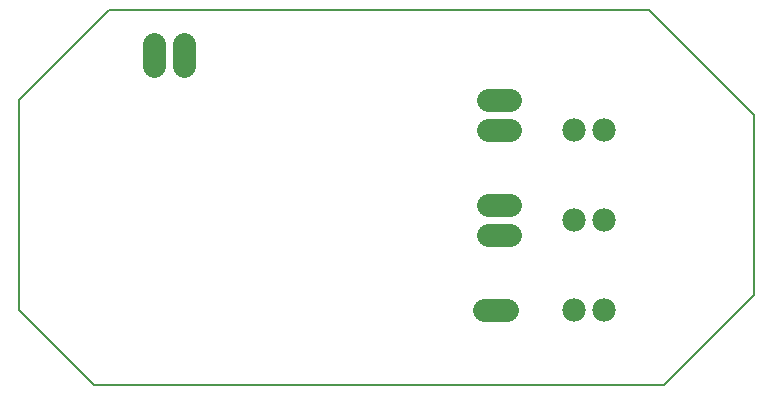
<source format=gbs>
G75*
%MOIN*%
%OFA0B0*%
%FSLAX25Y25*%
%IPPOS*%
%LPD*%
%AMOC8*
5,1,8,0,0,1.08239X$1,22.5*
%
%ADD10C,0.00600*%
%ADD11C,0.07800*%
%ADD12C,0.07800*%
D10*
X0026300Y0001300D02*
X0001300Y0026300D01*
X0001300Y0096300D01*
X0031300Y0126300D01*
X0211300Y0126300D01*
X0246300Y0091300D01*
X0246300Y0031300D01*
X0216300Y0001300D01*
X0026300Y0001300D01*
D11*
X0156300Y0026300D02*
X0163700Y0026300D01*
X0165000Y0051300D02*
X0157600Y0051300D01*
X0157600Y0061300D02*
X0165000Y0061300D01*
X0165000Y0086300D02*
X0157600Y0086300D01*
X0157600Y0096300D02*
X0165000Y0096300D01*
X0056300Y0107600D02*
X0056300Y0115000D01*
X0046300Y0115000D02*
X0046300Y0107600D01*
D12*
X0186300Y0086300D03*
X0196300Y0086300D03*
X0196300Y0056300D03*
X0186300Y0056300D03*
X0186300Y0026300D03*
X0196300Y0026300D03*
M02*

</source>
